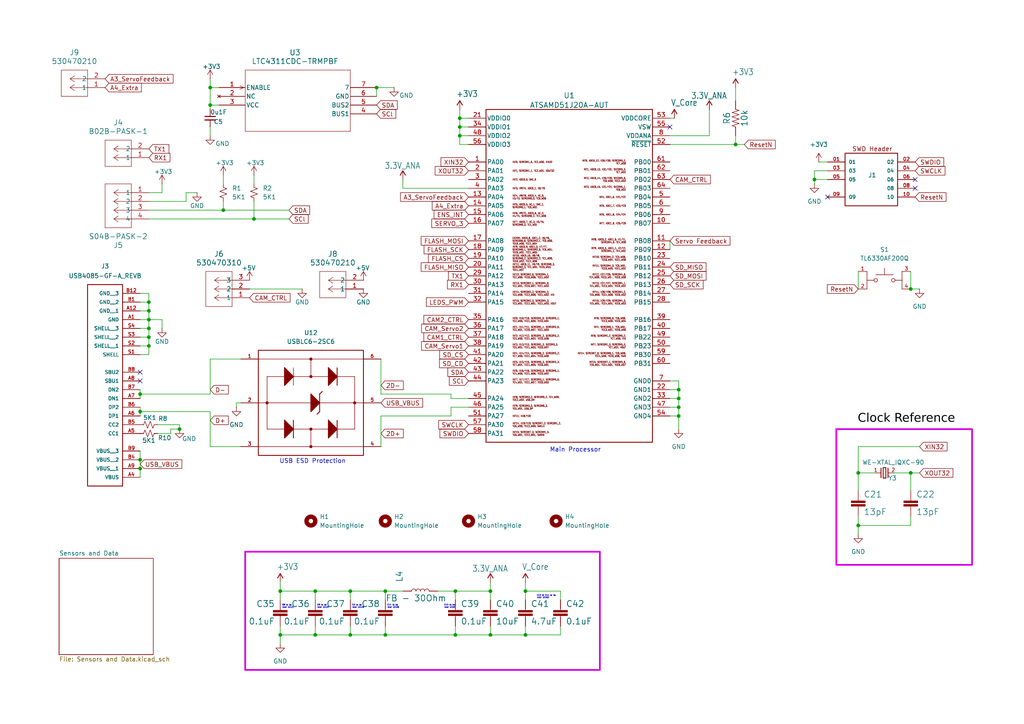
<source format=kicad_sch>
(kicad_sch (version 20250114) (generator "eeschema") (generator_version "9.0")
  (paper "A4")
  (lib_symbols
    (symbol "Cosmos Schematic Symbols:ATSAMD51J20A-MU" (pin_names (offset 0.254))
      (property "Reference" "U" (at 0 52.07 0))
      (property "Value" "ATSAMD51J20A-MU" (at 0 49.53 0))
      (symbol "ATSAMD51J20A-MU_1_0"
        (text "INT0, SERCOM1_0, TC2_WO0, XIN32" (at -16.51 33.02 0) (effects (font (size 0.508 0.4318)) (justify left)))
        (text "INT1, SERCOM1_1, TC2_WO1, XOUT32" (at -16.51 30.48 0) (effects (font (size 0.508 0.4318)) (justify left)))
        (text "INT2, ADC0_0, DAC_0" (at -16.51 27.94 0) (effects (font (size 0.508 0.4318)) (justify left)))
        (text "INT3, VREFA, ADC0_1, X0/Y0" (at -16.51 25.4 0) (effects (font (size 0.508 0.4318)) (justify left)))
        (text "INT4, VREFB, ADC0_4, AC_0,\nX3/Y3, SERCOM0_0, TC0_WO0" (at -16.51 22.86 0) (effects (font (size 0.508 0.4318)) (justify left)))
        (text "INT5, ADC0_5, AC_1, DAC_1,\nSERCOM0_1, TC0_WO1" (at -16.51 20.32 0) (effects (font (size 0.508 0.4318)) (justify left)))
        (text "INT6, VREFC, ADC0_6, AC_2,\nX4/Y4, SERCOM0_2, TC1_WO0" (at -16.51 17.78 0) (effects (font (size 0.508 0.4318)) (justify left)))
        (text "INT7, ADC0_7, AC_3, X5/Y5,\nSERCOM0_3, TC1_WO1" (at -16.51 15.24 0) (effects (font (size 0.508 0.4318)) (justify left)))
        (text "EICNMI, ADC0_8, ADC1_2, X6/Y6,\nSERCOM0_0, SERCOM2_1, TC0_WO0,\nTCC0_WO0, TCC1_WO4" (at -16.51 10.16 0) (effects (font (size 0.508 0.4318)) (justify left)))
        (text "INT9, ADC0_9, ADC1_3, X7/Y7,\nSERCOM0_1, SERCOM2_0, TC0_WO1,\nTCC0_WO1, TCC1_WO5" (at -16.51 7.62 0) (effects (font (size 0.508 0.4318)) (justify left)))
        (text "INT10, ADC0_10, X8/Y8,\nSERCOM0_2, SERCOM2_2, TC1_WO0,\nTCC0_WO2, TCC1_WO6" (at -16.51 5.08 0) (effects (font (size 0.508 0.4318)) (justify left)))
        (text "INT11, ADC0_11, X9/Y9, SERCOM0_3,\nSERCOM2_3, TC1_WO1, TCC0_WO3,\nTCC1_WO7" (at -16.51 2.54 0) (effects (font (size 0.508 0.4318)) (justify left)))
        (text "INT12, SERCOM2_0, SERCOM4_1,\nTC2_WO0, TCC0_WO6, TCC1_WO2" (at -16.51 0 0) (effects (font (size 0.508 0.4318)) (justify left)))
        (text "INT13, SERCOM2_1, SERCOM4_0,\nTC2_WO1, TCC0_WO7, TCC1_WO3" (at -16.51 -2.54 0) (effects (font (size 0.508 0.4318)) (justify left)))
        (text "INT14, SERCOM2_2, SERCOM4_2,\nTC3_WO0, TCC2_WO0, TCC1_WO2, XIN" (at -16.51 -5.08 0) (effects (font (size 0.508 0.4318)) (justify left)))
        (text "INT15, SERCOM2_3, SERCOM4_3,\nTC3_WO1, TCC2_WO1, TCC1_WO3, XOUT" (at -16.51 -7.62 0) (effects (font (size 0.508 0.4318)) (justify left)))
        (text "INT0, X10/Y10, SERCOM1_0, SERCOM3_1,\nTC2_WO0, TCC1_WO0, TCC0_WO4" (at -16.51 -12.7 0) (effects (font (size 0.508 0.4318)) (justify left)))
        (text "INT1, X11/Y11, SERCOM1_1, SERCOM3_0,\nTC2_WO1, TCC0_WO7, TCC1_WO3" (at -16.51 -15.24 0) (effects (font (size 0.508 0.4318)) (justify left)))
        (text "INT2, X12/Y12, SERCOM1_2, SERCOM3_2,\nTC3_WO0, TCC1_WO2, TCC0_WO6" (at -16.51 -17.78 0) (effects (font (size 0.508 0.4318)) (justify left)))
        (text "INT3, X13/Y13, SERCOM1_3, SECOM3_3,\nTC3_WO1, TCC1_WO3, TCC0_WO7" (at -16.51 -20.32 0) (effects (font (size 0.508 0.4318)) (justify left)))
        (text "INT4, X14/Y14, SERCOM5_2, SERCOM3_2,\nTC7_WO0, TCC1_WO4, TCC0_WO0" (at -16.51 -22.86 0) (effects (font (size 0.508 0.4318)) (justify left)))
        (text "INT5, X15/Y15, SERCOM5_3, SERCOM3_3,\nTC7_WO1, TCC1_WO5, TCC0_WO1" (at -16.51 -25.4 0) (effects (font (size 0.508 0.4318)) (justify left)))
        (text "INT6, X16/Y16, SERCOM3_0, SERCOM5_1,\nTC4_WO0, TCC1_WO6, TCC0_WO2" (at -16.51 -27.94 0) (effects (font (size 0.508 0.4318)) (justify left)))
        (text "INT7, X17/Y17, SERCOM3_1, SERCOM5_0,\nTC4_WO1, TCC1_WO7, TCC0_WO3" (at -16.51 -30.48 0) (effects (font (size 0.508 0.4318)) (justify left)))
        (text "INT8, SERCOM3_2, SERCOM5_2, TC4_WO0,\nTCC2_WO2, USB_DM" (at -16.51 -35.56 0) (effects (font (size 0.508 0.4318)) (justify left)))
        (text "INT9, SERCOM3_3, SERCOM5_3,\nTC5_WO1, USB_DP" (at -16.51 -38.1 0) (effects (font (size 0.508 0.4318)) (justify left)))
        (text "INT11, X18/Y18" (at -16.51 -40.64 0) (effects (font (size 0.508 0.4318)) (justify left)))
        (text "INT14, X19/Y19, SERCOM7_2, SERCOM1_2,\nTC6_WO0, TCC2_WO0, SWCLK" (at -16.51 -43.18 0) (effects (font (size 0.508 0.4318)) (justify left)))
        (text "INT15, SERCOM7_3, SERCOM1_3,\nTC6_WO1, TCC2_WO1, SWDIO" (at -16.51 -45.72 0) (effects (font (size 0.508 0.4318)) (justify left)))
        (text "INT0, ADC0_12, X30/Y30, SERCOM5_2,\nTC7_WO0" (at 16.51 33.02 0) (effects (font (size 0.508 0.4318)) (justify right)))
        (text "INT1, ADC0_13, X31/Y31, SECOM5_3,\nTC7_WO1" (at 16.51 30.48 0) (effects (font (size 0.508 0.4318)) (justify right)))
        (text "INT2, ADC0_14, X20/Y20, SECOM5_0,\nTC6_WO0, TCC2_WO2" (at 16.51 27.94 0) (effects (font (size 0.508 0.4318)) (justify right)))
        (text "INT3, ADC0_15, X21/Y21, SECOM5_1,\nTC6_WO1" (at 16.51 25.4 0) (effects (font (size 0.508 0.4318)) (justify right)))
        (text "INT4, ADC1_6, X21/Y21" (at 16.51 22.86 0) (effects (font (size 0.508 0.4318)) (justify right)))
        (text "INT5, ADC1_7, X23/Y23" (at 16.51 20.32 0) (effects (font (size 0.508 0.4318)) (justify right)))
        (text "INT6, ADC1_8, X24/Y24" (at 16.51 17.78 0) (effects (font (size 0.508 0.4318)) (justify right)))
        (text "INT7, ADC1_9, X25/Y25" (at 16.51 15.24 0) (effects (font (size 0.508 0.4318)) (justify right)))
        (text "INT8, ADC0_2, ADC1_0, X1/Y1,\nSERCOM4_0, TC4_WO0" (at 16.51 10.16 0) (effects (font (size 0.508 0.4318)) (justify right)))
        (text "INT9, ADC0_3, ADC1_1, X2/Y2,\nSERCOM4_1, TC4_WO1" (at 16.51 7.62 0) (effects (font (size 0.508 0.4318)) (justify right)))
        (text "INT10, SERCOM4_2, TC5_WO0,\nTCC0_WO4, TCC1_WO0" (at 16.51 5.08 0) (effects (font (size 0.508 0.4318)) (justify right)))
        (text "INT11, SERCOM4_3, TC5_WO1,\nTCC0_WO5, TCC1_WO1" (at 16.51 2.54 0) (effects (font (size 0.508 0.4318)) (justify right)))
        (text "INT12, X27/Y26, SERCOM4_0,\nTC4_WO0, TCC3_WO-, TCC0_WO0" (at 16.51 0 0) (effects (font (size 0.508 0.4318)) (justify right)))
        (text "INT13, X27/Y27, SERCOM4_1,\nTC4_WO1, TCC3_WO1, TCC0_WO1" (at 16.51 -2.54 0) (effects (font (size 0.508 0.4318)) (justify right)))
        (text "INT14, X28/Y28, SERCOM4_2,\nTC5_WO0, TCC4_WO0, TCC0_WO2" (at 16.51 -5.08 0) (effects (font (size 0.508 0.4318)) (justify right)))
        (text "INT15, X29/Y29, SERCOM4_3,\nTC5_WO1, TCC4_WO1, TCC0_WO3" (at 16.51 -7.62 0) (effects (font (size 0.508 0.4318)) (justify right)))
        (text "INT0, SERCOM5_0, TC6_WO0,\nTCC3_WO0, TCC0_WO4" (at 16.51 -12.7 0) (effects (font (size 0.508 0.4318)) (justify right)))
        (text "INT1, SERCOM5_1, TC6_WO1,\nTCC3_WO1, TCC0_WO5" (at 16.51 -15.24 0) (effects (font (size 0.508 0.4318)) (justify right)))
        (text "INT6, SERCOM1_2, SERCOM5_2,\nTC7_WO0, XIN" (at 16.51 -17.78 0) (effects (font (size 0.508 0.4318)) (justify right)))
        (text "INT7, SERCOM1_3, SERCOM5_3,\nTC7_WO1, XOUT" (at 16.51 -20.32 0) (effects (font (size 0.508 0.4318)) (justify right)))
        (text "INT14, SERCOM7_0, SERCOM5_1, TC0_WO0,\nTCC4_WO0, TCC0_WO6, SWO" (at 16.51 -22.86 0) (effects (font (size 0.508 0.4318)) (justify right)))
        (text "INT15, SERCOM7_1, SERCOM5_0,\nTC0_WO1, TCC4_WO1, TCC0_WO7" (at 16.51 -25.4 0) (effects (font (size 0.508 0.4318)) (justify right)))
        (pin bidirectional line (at -29.21 45.72 0) (length 5.08) (name "VDDIO0") (number "21"))
        (pin bidirectional line (at -29.21 43.18 0) (length 5.08) (name "VDDIO1") (number "34"))
        (pin bidirectional line (at -29.21 40.64 0) (length 5.08) (name "VDDIO2") (number "48"))
        (pin bidirectional line (at -29.21 38.1 0) (length 5.08) (name "VDDIO3") (number "56"))
        (pin bidirectional line (at -29.21 33.02 0) (length 5.08) (name "PA00") (number "1"))
        (pin bidirectional line (at -29.21 30.48 0) (length 5.08) (name "PA01") (number "2"))
        (pin bidirectional line (at -29.21 27.94 0) (length 5.08) (name "PA02") (number "3"))
        (pin bidirectional line (at -29.21 25.4 0) (length 5.08) (name "PA03") (number "4"))
        (pin bidirectional line (at -29.21 22.86 0) (length 5.08) (name "PA04") (number "13"))
        (pin bidirectional line (at -29.21 20.32 0) (length 5.08) (name "PA05") (number "14"))
        (pin bidirectional line (at -29.21 17.78 0) (length 5.08) (name "PA06") (number "15"))
        (pin bidirectional line (at -29.21 15.24 0) (length 5.08) (name "PA07") (number "16"))
        (pin bidirectional line (at -29.21 10.16 0) (length 5.08) (name "PA08") (number "17"))
        (pin bidirectional line (at -29.21 7.62 0) (length 5.08) (name "PA09") (number "18"))
        (pin bidirectional line (at -29.21 5.08 0) (length 5.08) (name "PA10") (number "19"))
        (pin bidirectional line (at -29.21 2.54 0) (length 5.08) (name "PA11") (number "20"))
        (pin bidirectional line (at -29.21 0 0) (length 5.08) (name "PA12") (number "29"))
        (pin bidirectional line (at -29.21 -2.54 0) (length 5.08) (name "PA13") (number "30"))
        (pin bidirectional line (at -29.21 -5.08 0) (length 5.08) (name "PA14") (number "31"))
        (pin bidirectional line (at -29.21 -7.62 0) (length 5.08) (name "PA15") (number "32"))
        (pin bidirectional line (at -29.21 -12.7 0) (length 5.08) (name "PA16") (number "35"))
        (pin bidirectional line (at -29.21 -15.24 0) (length 5.08) (name "PA17") (number "36"))
        (pin bidirectional line (at -29.21 -17.78 0) (length 5.08) (name "PA18") (number "37"))
        (pin bidirectional line (at -29.21 -20.32 0) (length 5.08) (name "PA19") (number "38"))
        (pin bidirectional line (at -29.21 -22.86 0) (length 5.08) (name "PA20") (number "41"))
        (pin bidirectional line (at -29.21 -25.4 0) (length 5.08) (name "PA21") (number "42"))
        (pin bidirectional line (at -29.21 -27.94 0) (length 5.08) (name "PA22") (number "43"))
        (pin bidirectional line (at -29.21 -30.48 0) (length 5.08) (name "PA23") (number "44"))
        (pin bidirectional line (at -29.21 -35.56 0) (length 5.08) (name "PA24") (number "45"))
        (pin bidirectional line (at -29.21 -38.1 0) (length 5.08) (name "PA25") (number "46"))
        (pin bidirectional line (at -29.21 -40.64 0) (length 5.08) (name "PA27") (number "51"))
        (pin bidirectional line (at -29.21 -43.18 0) (length 5.08) (name "PA30") (number "57"))
        (pin bidirectional line (at -29.21 -45.72 0) (length 5.08) (name "PA31") (number "58"))
        (pin bidirectional line (at 29.21 45.72 180) (length 5.08) (name "VDDCORE") (number "53"))
        (pin bidirectional line (at 29.21 43.18 180) (length 5.08) (name "VSW") (number "55"))
        (pin bidirectional line (at 29.21 40.64 180) (length 5.08) (name "VDDANA") (number "8"))
        (pin bidirectional line (at 29.21 38.1 180) (length 5.08) (name "~{RESET}") (number "52"))
        (pin bidirectional line (at 29.21 33.02 180) (length 5.08) (name "PB00") (number "61"))
        (pin bidirectional line (at 29.21 30.48 180) (length 5.08) (name "PB01") (number "62"))
        (pin bidirectional line (at 29.21 27.94 180) (length 5.08) (name "PB02") (number "63"))
        (pin bidirectional line (at 29.21 25.4 180) (length 5.08) (name "PB03") (number "64"))
        (pin bidirectional line (at 29.21 22.86 180) (length 5.08) (name "PB04") (number "5"))
        (pin bidirectional line (at 29.21 20.32 180) (length 5.08) (name "PB05") (number "6"))
        (pin bidirectional line (at 29.21 17.78 180) (length 5.08) (name "PB06") (number "9"))
        (pin bidirectional line (at 29.21 15.24 180) (length 5.08) (name "PB07") (number "10"))
        (pin bidirectional line (at 29.21 10.16 180) (length 5.08) (name "PB08") (number "11"))
        (pin bidirectional line (at 29.21 7.62 180) (length 5.08) (name "PB09") (number "12"))
        (pin bidirectional line (at 29.21 5.08 180) (length 5.08) (name "PB10") (number "23"))
        (pin bidirectional line (at 29.21 2.54 180) (length 5.08) (name "PB11") (number "24"))
        (pin bidirectional line (at 29.21 0 180) (length 5.08) (name "PB12") (number "25"))
        (pin bidirectional line (at 29.21 -2.54 180) (length 5.08) (name "PB13") (number "26"))
        (pin bidirectional line (at 29.21 -5.08 180) (length 5.08) (name "PB14") (number "27"))
        (pin bidirectional line (at 29.21 -7.62 180) (length 5.08) (name "PB15") (number "28"))
        (pin bidirectional line (at 29.21 -12.7 180) (length 5.08) (name "PB16") (number "39"))
        (pin bidirectional line (at 29.21 -15.24 180) (length 5.08) (name "PB17") (number "40"))
        (pin bidirectional line (at 29.21 -17.78 180) (length 5.08) (name "PB22") (number "49"))
        (pin bidirectional line (at 29.21 -20.32 180) (length 5.08) (name "PB23") (number "50"))
        (pin bidirectional line (at 29.21 -22.86 180) (length 5.08) (name "PB30") (number "59"))
        (pin bidirectional line (at 29.21 -25.4 180) (length 5.08) (name "PB31") (number "60"))
        (pin bidirectional line (at 29.21 -30.48 180) (length 5.08) (name "GND0") (number "7"))
        (pin bidirectional line (at 29.21 -33.02 180) (length 5.08) (name "GND1") (number "22"))
        (pin bidirectional line (at 29.21 -35.56 180) (length 5.08) (name "GND2") (number "33"))
        (pin bidirectional line (at 29.21 -38.1 180) (length 5.08) (name "GND3") (number "47"))
        (pin bidirectional line (at 29.21 -40.64 180) (length 5.08) (name "GND4") (number "54"))
      )
    )
    (symbol "Cosmos Schematic Symbols:FTSH-105-X-X-DV-007-P-X" (pin_names (offset 1.016))
      (property "Reference" "J1" (at 0.254 1.27 0))
      (symbol "FTSH-105-X-X-DV-007-P-X_0_0"
        (pin passive line (at -12.7 5.08 0) (length 5.08) (name "01") (number "01"))
        (pin passive line (at -12.7 2.54 0) (length 5.08) (name "03") (number "03"))
        (pin passive line (at -12.7 0 0) (length 5.08) (name "05") (number "05"))
        (pin passive line (at -12.7 -5.08 0) (length 5.08) (name "09") (number "09"))
        (pin passive line (at 12.7 5.08 180) (length 5.08) (name "02") (number "02"))
        (pin passive line (at 12.7 2.54 180) (length 5.08) (name "04") (number "04"))
        (pin passive line (at 12.7 0 180) (length 5.08) (name "06") (number "06"))
        (pin passive line (at 12.7 -2.54 180) (length 5.08) (name "08") (number "08"))
        (pin passive line (at 12.7 -5.08 180) (length 5.08) (name "10") (number "10"))
      )
      (symbol "FTSH-105-X-X-DV-007-P-X_1_1"
        (text "SWD Header" (at 0.254 8.89 0) (effects (font (size 1.27 1.27))))
      )
    )
    (symbol "Cosmos Schematic Symbols:TL6330AF200Q" (pin_names (offset 1.016))
      (property "Reference" "S" (at -5.08 5.08 0))
      (property "Value" "TL6330AF200Q" (at -5.08 -5.08 0))
      (symbol "TL6330AF200Q_0_0"
        (pin passive line (at -7.62 2.54 0) (length 2.54) (name "~") (number "1"))
        (pin passive line (at -7.62 -2.54 0) (length 2.54) (name "~") (number "2"))
        (pin passive line (at 7.62 2.54 180) (length 2.54) (name "~") (number "3"))
        (pin passive line (at 7.62 -2.54 180) (length 2.54) (name "~") (number "4"))
      )
    )
    (symbol "Cosmos Schematic Symbols:USB4085-GF-A_REVB" (pin_names (offset 1.016))
      (property "Reference" "J" (at -5.08 18.288 0))
      (property "Value" "USB4085-GF-A_REVB" (at -5.08 -43.18 0))
      (symbol "USB4085-GF-A_REVB_0_0"
        (pin power_in line (at -10.16 15.24 0) (length 5.08) (name "VBUS") (number "A4"))
        (pin power_in line (at -10.16 12.7 0) (length 5.08) (name "VBUS__1") (number "A9"))
        (pin power_in line (at -10.16 10.16 0) (length 5.08) (name "VBUS__2") (number "B4"))
        (pin power_in line (at -10.16 7.62 0) (length 5.08) (name "VBUS__3") (number "B9"))
        (pin bidirectional line (at -10.16 2.54 0) (length 5.08) (name "CC1") (number "A5"))
        (pin bidirectional line (at -10.16 0 0) (length 5.08) (name "CC2") (number "B5"))
        (pin bidirectional line (at -10.16 -2.54 0) (length 5.08) (name "DP1") (number "A6"))
        (pin bidirectional line (at -10.16 -5.08 0) (length 5.08) (name "DP2") (number "B6"))
        (pin bidirectional line (at -10.16 -7.62 0) (length 5.08) (name "DN1") (number "A7"))
        (pin bidirectional line (at -10.16 -10.16 0) (length 5.08) (name "DN2") (number "B7"))
        (pin bidirectional line (at -10.16 -12.7 0) (length 5.08) (name "SBU1") (number "A8"))
        (pin bidirectional line (at -10.16 -15.24 0) (length 5.08) (name "SBU2") (number "B8"))
        (pin passive line (at -10.16 -20.32 0) (length 5.08) (name "SHELL") (number "S1"))
        (pin passive line (at -10.16 -22.86 0) (length 5.08) (name "SHELL__1") (number "S2"))
        (pin passive line (at -10.16 -25.4 0) (length 5.08) (name "SHELL__2") (number "S3"))
        (pin passive line (at -10.16 -27.94 0) (length 5.08) (name "SHELL__3") (number "S4"))
        (pin power_in line (at -10.16 -30.48 0) (length 5.08) (name "GND") (number "A1"))
        (pin power_in line (at -10.16 -33.02 0) (length 5.08) (name "GND__1") (number "A12"))
        (pin power_in line (at -10.16 -35.56 0) (length 5.08) (name "GND__2") (number "B1"))
        (pin power_in line (at -10.16 -38.1 0) (length 5.08) (name "GND__3") (number "B12"))
      )
    )
    (symbol "Cosmos Schematic Symbols:USBLC6-2SC6" (pin_names (offset 1.016))
      (property "Reference" "U" (at -14.732 16.002 0))
      (property "Value" "USBLC6-2SC6" (at -15.2559 -17.7959 0))
      (symbol "USBLC6-2SC6_0_0"
        (pin bidirectional line (at -20.32 12.7 0) (length 5.08) (name "~") (number "1"))
        (pin power_in line (at -20.32 0 0) (length 5.08) (name "~") (number "2"))
        (pin bidirectional line (at -20.32 -12.7 0) (length 5.08) (name "~") (number "3"))
        (pin bidirectional line (at 20.32 12.7 180) (length 5.08) (name "~") (number "6"))
        (pin power_in line (at 20.32 0 180) (length 5.08) (name "~") (number "5"))
        (pin bidirectional line (at 20.32 -12.7 180) (length 5.08) (name "~") (number "4"))
      )
    )
    (symbol "Cosmos Schematic Symbols:WE-XTAL_IQXC-90" (pin_names (offset 1.016))
      (property "Reference" "Y" (at -0.16 2.516 0))
      (property "Value" "WE-XTAL_IQXC-90" (at -2.66 -3.04 0))
      (symbol "WE-XTAL_IQXC-90_0_0"
        (pin passive line (at -2.54 0 0) (length 0) (name "~") (number "1"))
        (pin passive line (at 2.54 0 180) (length 0) (name "~") (number "2"))
      )
    )
    (symbol "Cosmos Schematic Symbols_V2:B02B-PASK-1" (pin_names (offset 0.254))
      (property "Reference" "J" (at 8.636 3.556 0))
      (property "Value" "B02B-PASK-1" (at 9.144 -6.604 0))
      (symbol "B02B-PASK-1_1_1"
        (pin unspecified line (at 0 0 0) (length 5.08) (name "1") (number "1"))
        (pin unspecified line (at 0 -2.54 0) (length 5.08) (name "2") (number "2"))
      )
      (symbol "B02B-PASK-1_1_2"
        (pin unspecified line (at 0 0 0) (length 5.08) (name "1") (number "1"))
        (pin unspecified line (at 0 -2.54 0) (length 5.08) (name "2") (number "2"))
      )
    )
    (symbol "Device:C_Small" (pin_numbers (hide yes)) (pin_names (offset 0.254) (hide yes))
      (property "Reference" "C" (at 0.254 1.778 0))
      (property "Value" "C_Small" (at 0.254 -2.032 0))
      (symbol "C_Small_1_1"
        (pin passive line (at 0 2.54 270) (length 2.032) (name "~") (number "1"))
        (pin passive line (at 0 -2.54 90) (length 2.032) (name "~") (number "2"))
      )
    )
    (symbol "Device:R_Small_US" (pin_numbers (hide yes)) (pin_names (offset 0.254) (hide yes))
      (property "Reference" "R" (at 0.762 0.508 0))
      (property "Value" "R_Small_US" (at 0.762 -1.016 0))
      (symbol "R_Small_US_1_1"
        (pin passive line (at 0 2.54 270) (length 1.016) (name "~") (number "1"))
        (pin passive line (at 0 -2.54 90) (length 1.016) (name "~") (number "2"))
      )
    )
    (symbol "LTC4311CDC_TRMPBF:LTC4311CDC-TRMPBF" (pin_names (offset 0.254))
      (property "Reference" "U" (at 22.86 10.16 0))
      (property "Value" "LTC4311CDC-TRMPBF" (at 22.86 7.62 0))
      (symbol "LTC4311CDC-TRMPBF_0_1"
        (pin input line (at 0 0 0) (length 7.62) (name "ENABLE") (number "1"))
        (pin no_connect line (at 0 -2.54 0) (length 7.62) (name "NC") (number "2"))
        (pin power_in line (at 0 -5.08 0) (length 7.62) (name "VCC") (number "3"))
        (pin unspecified line (at 45.72 0 180) (length 7.62) (name "7") (number "7"))
        (pin power_in line (at 45.72 -2.54 180) (length 7.62) (name "GND") (number "6"))
        (pin unspecified line (at 45.72 -5.08 180) (length 7.62) (name "BUS2") (number "5"))
        (pin unspecified line (at 45.72 -7.62 180) (length 7.62) (name "BUS1") (number "4"))
      )
    )
    (symbol "Mechanical:MountingHole" (pin_names (offset 1.016)) (exclude_from_sim yes) (in_bom no)
      (property "Reference" "H" (at 0 5.08 0))
      (property "Value" "MountingHole" (at 0 3.175 0))
    )
    (symbol "Molex_530470210:530470210" (pin_names (offset 0.254))
      (property "Reference" "J" (at 8.89 6.35 0))
      (property "Value" "530470210" (at 0 0 0))
      (symbol "530470210_1_1"
        (pin unspecified line (at 0 0 0) (length 5.08) (name "1") (number "1"))
        (pin unspecified line (at 0 -2.54 0) (length 5.08) (name "2") (number "2"))
      )
      (symbol "530470210_1_2"
        (pin unspecified line (at 0 0 0) (length 5.08) (name "1") (number "1"))
        (pin unspecified line (at 0 -2.54 0) (length 5.08) (name "2") (number "2"))
      )
    )
    (symbol "Molex_530470310:530470310" (pin_names (offset 0.254))
      (property "Reference" "J" (at 8.89 6.35 0))
      (property "Value" "530470310" (at 0 0 0))
      (symbol "530470310_1_1"
        (pin unspecified line (at 0 0 0) (length 5.08) (name "1") (number "1"))
        (pin unspecified line (at 0 -2.54 0) (length 5.08) (name "2") (number "2"))
        (pin unspecified line (at 0 -5.08 0) (length 5.08) (name "3") (number "3"))
      )
      (symbol "530470310_1_2"
        (pin unspecified line (at 0 0 0) (length 5.08) (name "1") (number "1"))
        (pin unspecified line (at 0 -2.54 0) (length 5.08) (name "2") (number "2"))
        (pin unspecified line (at 0 -5.08 0) (length 5.08) (name "3") (number "3"))
      )
    )
    (symbol "S04B_PASK_2:S04B-PASK-2" (pin_names (offset 0.254))
      (property "Reference" "J" (at 8.89 6.35 0))
      (property "Value" "S04B-PASK-2" (at 0 0 0))
      (symbol "S04B-PASK-2_1_1"
        (pin unspecified line (at 0 0 0) (length 5.08) (name "1") (number "1"))
        (pin unspecified line (at 0 -2.54 0) (length 5.08) (name "2") (number "2"))
        (pin unspecified line (at 0 -5.08 0) (length 5.08) (name "3") (number "3"))
        (pin unspecified line (at 0 -7.62 0) (length 5.08) (name "4") (number "4"))
      )
      (symbol "S04B-PASK-2_1_2"
        (pin unspecified line (at 0 0 0) (length 5.08) (name "1") (number "1"))
        (pin unspecified line (at 0 -2.54 0) (length 5.08) (name "2") (number "2"))
        (pin unspecified line (at 0 -5.08 0) (length 5.08) (name "3") (number "3"))
        (pin unspecified line (at 0 -7.62 0) (length 5.08) (name "4") (number "4"))
      )
    )
    (symbol "SAMD51_Thing_Plus (1)-eagle-import:0.1UF-0402-16V-10%"
      (property "Reference" "C" (at 1.524 2.921 0))
      (symbol "0.1UF-0402-16V-10%_1_0"
        (pin passive line (at 0 5.08 270) (length 2.54) (name "1") (number "1"))
        (pin passive line (at 0 -2.54 90) (length 2.54) (name "2") (number "2"))
      )
    )
    (symbol "SAMD51_Thing_Plus (1)-eagle-import:10KOHM-0603-1/10W-1%"
      (property "Reference" "R" (at 0 1.524 0))
      (symbol "10KOHM-0603-1/10W-1%_1_0"
        (pin passive line (at -5.08 0 0) (length 2.54) (name "1") (number "1"))
        (pin passive line (at 5.08 0 180) (length 2.54) (name "2") (number "2"))
      )
    )
    (symbol "SAMD51_Thing_Plus (1)-eagle-import:10UF-0805-10V-10%"
      (property "Reference" "C" (at 1.524 2.921 0))
      (symbol "10UF-0805-10V-10%_1_0"
        (pin passive line (at 0 5.08 270) (length 2.54) (name "1") (number "1"))
        (pin passive line (at 0 -2.54 90) (length 2.54) (name "2") (number "2"))
      )
    )
    (symbol "SAMD51_Thing_Plus (1)-eagle-import:15PF-0402-50V-5%"
      (property "Reference" "C" (at 1.524 2.921 0))
      (symbol "15PF-0402-50V-5%_1_0"
        (pin passive line (at 0 5.08 270) (length 2.54) (name "1") (number "1"))
        (pin passive line (at 0 -2.54 90) (length 2.54) (name "2") (number "2"))
      )
    )
    (symbol "SAMD51_Thing_Plus (1)-eagle-import:3.3V" (power)
      (symbol "3.3V_1_0"
        (pin power_in line (at 0 0 90) (length 2.54) (name "3.3V") (number "1"))
      )
    )
    (symbol "SAMD51_Thing_Plus (1)-eagle-import:4.7UF-0603-6.3V-(10%)"
      (property "Reference" "C" (at 1.524 2.921 0))
      (symbol "4.7UF-0603-6.3V-(10%)_1_0"
        (pin passive line (at 0 5.08 270) (length 2.54) (name "1") (number "1"))
        (pin passive line (at 0 -2.54 90) (length 2.54) (name "2") (number "2"))
      )
    )
    (symbol "SAMD51_Thing_Plus (1)-eagle-import:INDUCTORFB-30OHM"
      (property "Reference" "L" (at 1.27 2.54 0))
      (symbol "INDUCTORFB-30OHM_1_0"
        (pin passive line (at 0 5.08 270) (length 2.54) (name "1") (number "1"))
        (pin passive line (at 0 -5.08 90) (length 2.54) (name "2") (number "2"))
      )
    )
    (symbol "power:+3.3V" (power) (pin_numbers (hide yes)) (pin_names (offset 0) (hide yes))
      (property "Value" "+3.3V" (at 0 3.556 0))
      (symbol "+3.3V_1_1"
        (pin power_in line (at 0 0 90) (length 0) (name "~") (number "1"))
      )
    )
    (symbol "power:GND" (power) (pin_numbers (hide yes)) (pin_names (offset 0) (hide yes))
      (property "Value" "GND" (at 0 -3.81 0))
      (symbol "GND_1_1"
        (pin power_in line (at 0 0 270) (length 0) (name "~") (number "1"))
      )
    )
  )
  (rectangle (start 242.57 124.46) (end 281.94 163.83) (stroke (width 0.5) (color 213 0 226 1)))
  (rectangle (start 71.12 160.02) (end 173.99 194.31) (stroke (width 0.5) (color 213 0 226 1)))
  (text "C12 to be\nnear U2.8" (at 128.778 176.53 0) (effects (font (size 0.4064 0.4064)) (justify left bottom)))
  (text "C11 to be\nnear U2.56" (at 112.268 176.53 0) (effects (font (size 0.4064 0.4064)) (justify left bottom)))
  (text "C13 & C14 to be\nnear U2.53" (at 155.702 173.736 0) (effects (font (size 0.4064 0.4064)) (justify left bottom)))
  (text "USB ESD Protection" (at 90.678 133.858 0) (effects (font (size 1.27 1.27))))
  (text "C9 to be\nnear U2.34" (at 91.948 176.53 0) (effects (font (size 0.4064 0.4064)) (justify left bottom)))
  (text "C3 to be\nnear U2.48" (at 102.108 176.53 0) (effects (font (size 0.4064 0.4064)) (justify left bottom)))
  (text "Clock Reference" (at 262.89 122.174 0) (effects (font (size 2.5 2.5))))
  (text "C8 to be\nnear U2.21" (at 81.788 176.53 0) (effects (font (size 0.4064 0.4064)) (justify left bottom)))
  (text "Main Processor\n" (at 166.878 130.556 0) (effects (font (size 1.27 1.27))))
  (junction (at 40.64 133.35))
  (junction (at 43.18 95.25))
  (junction (at 81.28 171.45))
  (junction (at 91.44 184.15))
  (junction (at 64.77 60.96))
  (junction (at 196.85 120.65))
  (junction (at 248.92 137.16))
  (junction (at 43.18 100.33))
  (junction (at 60.96 30.48))
  (junction (at 264.16 137.16))
  (junction (at 43.18 92.71))
  (junction (at 52.07 124.46))
  (junction (at 133.35 36.83))
  (junction (at 132.08 171.45))
  (junction (at 196.85 113.03))
  (junction (at 43.18 87.63))
  (junction (at 101.6 184.15))
  (junction (at 40.64 135.89))
  (junction (at 91.44 171.45))
  (junction (at 40.64 114.3))
  (junction (at 248.92 152.4))
  (junction (at 43.18 90.17))
  (junction (at 109.22 25.4))
  (junction (at 152.4 184.15))
  (junction (at 133.35 34.29))
  (junction (at 236.22 52.07))
  (junction (at 60.96 25.4))
  (junction (at 142.24 171.45))
  (junction (at 111.76 171.45))
  (junction (at 264.16 83.82))
  (junction (at 101.6 171.45))
  (junction (at 132.08 184.15))
  (junction (at 73.66 63.5))
  (junction (at 133.35 39.37))
  (junction (at 213.36 41.91))
  (junction (at 111.76 184.15))
  (junction (at 40.64 119.38))
  (junction (at 43.18 97.79))
  (junction (at 196.85 118.11))
  (junction (at 142.24 184.15))
  (junction (at 196.85 115.57))
  (junction (at 152.4 171.45))
  (junction (at 81.28 184.15))
  (no_connect (at 265.43 54.61))
  (no_connect (at 40.64 107.95))
  (no_connect (at 40.64 110.49))
  (no_connect (at 194.31 36.83))
  (no_connect (at 240.03 57.15))
  (no_connect (at 265.43 52.07))
  (wire (pts (xy 132.08 171.45) (xy 132.08 173.99)) (stroke (width 0.1524)))
  (wire (pts (xy 91.44 171.45) (xy 101.6 171.45)) (stroke (width 0.1524)))
  (wire (pts (xy 60.96 129.54) (xy 69.85 129.54)))
  (wire (pts (xy 91.44 171.45) (xy 91.44 173.99)) (stroke (width 0.1524)))
  (wire (pts (xy 43.18 92.71) (xy 43.18 90.17)))
  (wire (pts (xy 152.4 171.45) (xy 152.4 173.99)) (stroke (width 0.1524)))
  (wire (pts (xy 60.96 31.75) (xy 60.96 30.48)))
  (wire (pts (xy 68.58 116.84) (xy 69.85 116.84)))
  (wire (pts (xy 248.92 137.16) (xy 248.92 129.54)) (stroke (width 0.1524)))
  (wire (pts (xy 132.08 184.15) (xy 132.08 181.61)) (stroke (width 0.1524)))
  (wire (pts (xy 109.22 25.4) (xy 114.3 25.4)))
  (wire (pts (xy 40.64 119.38) (xy 40.64 120.65)))
  (wire (pts (xy 43.18 87.63) (xy 43.18 90.17)))
  (wire (pts (xy 43.18 90.17) (xy 40.64 90.17)))
  (wire (pts (xy 205.74 31.75) (xy 205.74 39.37)))
  (wire (pts (xy 83.82 63.5) (xy 73.66 63.5)))
  (wire (pts (xy 111.76 171.45) (xy 111.76 173.99)) (stroke (width 0.1524)))
  (wire (pts (xy 43.18 97.79) (xy 43.18 95.25)))
  (wire (pts (xy 40.64 95.25) (xy 43.18 95.25)))
  (wire (pts (xy 194.31 69.85) (xy 194.31 72.39)))
  (wire (pts (xy 45.72 125.73) (xy 49.53 125.73)))
  (wire (pts (xy 110.49 104.14) (xy 110.49 114.3)))
  (wire (pts (xy 213.36 41.91) (xy 213.36 39.37)) (stroke (width 0.1524)))
  (wire (pts (xy 264.16 152.4) (xy 264.16 149.86)) (stroke (width 0.1524)))
  (wire (pts (xy 46.99 92.71) (xy 43.18 92.71)))
  (wire (pts (xy 72.39 83.82) (xy 87.63 83.82)))
  (wire (pts (xy 248.92 152.4) (xy 248.92 154.94)) (stroke (width 0.1524)))
  (wire (pts (xy 81.28 184.15) (xy 81.28 181.61)) (stroke (width 0.1524)))
  (wire (pts (xy 64.77 58.42) (xy 64.77 60.96)))
  (wire (pts (xy 127 171.45) (xy 132.08 171.45)) (stroke (width 0.1524)))
  (wire (pts (xy 110.49 114.3) (xy 130.81 114.3)))
  (wire (pts (xy 40.64 135.89) (xy 40.64 138.43)))
  (wire (pts (xy 196.85 120.65) (xy 196.85 124.46)))
  (wire (pts (xy 248.92 149.86) (xy 248.92 152.4)) (stroke (width 0.1524)))
  (wire (pts (xy 132.08 184.15) (xy 142.24 184.15)) (stroke (width 0.1524)))
  (wire (pts (xy 133.35 39.37) (xy 135.89 39.37)))
  (wire (pts (xy 43.18 85.09) (xy 40.64 85.09)))
  (wire (pts (xy 81.28 171.45) (xy 81.28 173.99)) (stroke (width 0.1524)))
  (wire (pts (xy 101.6 184.15) (xy 101.6 181.61)) (stroke (width 0.1524)))
  (wire (pts (xy 162.56 171.45) (xy 162.56 173.99)) (stroke (width 0.1524)))
  (wire (pts (xy 194.31 39.37) (xy 205.74 39.37)))
  (wire (pts (xy 248.92 152.4) (xy 264.16 152.4)) (stroke (width 0.1524)))
  (wire (pts (xy 142.24 181.61) (xy 142.24 184.15)) (stroke (width 0.1524)))
  (wire (pts (xy 110.49 129.54) (xy 110.49 120.65)))
  (wire (pts (xy 116.84 54.61) (xy 135.89 54.61)))
  (wire (pts (xy 142.24 171.45) (xy 132.08 171.45)) (stroke (width 0.1524)))
  (wire (pts (xy 152.4 184.15) (xy 152.4 181.61)) (stroke (width 0.1524)))
  (wire (pts (xy 130.81 118.11) (xy 135.89 118.11)))
  (wire (pts (xy 133.35 36.83) (xy 133.35 39.37)))
  (wire (pts (xy 83.82 60.96) (xy 64.77 60.96)))
  (wire (pts (xy 40.64 119.38) (xy 60.96 119.38)))
  (wire (pts (xy 81.28 184.15) (xy 91.44 184.15)) (stroke (width 0.1524)))
  (wire (pts (xy 194.31 120.65) (xy 196.85 120.65)))
  (wire (pts (xy 248.92 137.16) (xy 254 137.16)) (stroke (width 0.1524)))
  (wire (pts (xy 196.85 115.57) (xy 196.85 118.11)))
  (wire (pts (xy 236.22 53.34) (xy 236.22 52.07)))
  (wire (pts (xy 130.81 115.57) (xy 135.89 115.57)))
  (wire (pts (xy 194.31 110.49) (xy 196.85 110.49)))
  (wire (pts (xy 60.96 25.4) (xy 60.96 22.86)))
  (wire (pts (xy 236.22 49.53) (xy 236.22 52.07)))
  (wire (pts (xy 68.58 118.11) (xy 68.58 116.84)))
  (wire (pts (xy 53.975 55.88) (xy 53.975 58.42)))
  (wire (pts (xy 133.35 36.83) (xy 135.89 36.83)))
  (wire (pts (xy 43.18 100.33) (xy 43.18 97.79)))
  (wire (pts (xy 195.58 34.29) (xy 194.31 34.29)))
  (wire (pts (xy 237.49 46.99) (xy 240.03 46.99)))
  (wire (pts (xy 91.44 184.15) (xy 101.6 184.15)) (stroke (width 0.1524)))
  (wire (pts (xy 60.96 36.83) (xy 60.96 39.37)))
  (wire (pts (xy 152.4 171.45) (xy 162.56 171.45)) (stroke (width 0.1524)))
  (wire (pts (xy 40.64 133.35) (xy 40.64 135.89)))
  (wire (pts (xy 40.64 97.79) (xy 43.18 97.79)))
  (wire (pts (xy 43.18 55.88) (xy 46.99 55.88)))
  (wire (pts (xy 40.64 102.87) (xy 43.18 102.87)))
  (wire (pts (xy 81.28 171.45) (xy 91.44 171.45)) (stroke (width 0.1524)))
  (wire (pts (xy 101.6 184.15) (xy 111.76 184.15)) (stroke (width 0.1524)))
  (wire (pts (xy 63.5 30.48) (xy 60.96 30.48)))
  (wire (pts (xy 111.76 184.15) (xy 132.08 184.15)) (stroke (width 0.1524)))
  (wire (pts (xy 40.64 130.81) (xy 40.64 133.35)))
  (wire (pts (xy 40.64 118.11) (xy 40.64 119.38)))
  (wire (pts (xy 60.96 114.3) (xy 60.96 104.14)))
  (wire (pts (xy 264.16 142.24) (xy 264.16 137.16)) (stroke (width 0.1524)))
  (wire (pts (xy 73.66 58.42) (xy 73.66 63.5)))
  (wire (pts (xy 152.4 168.91) (xy 152.4 171.45)) (stroke (width 0.1524)))
  (wire (pts (xy 73.66 63.5) (xy 43.18 63.5)))
  (wire (pts (xy 194.31 115.57) (xy 196.85 115.57)))
  (wire (pts (xy 213.36 25.4) (xy 213.36 29.21)) (stroke (width 0.1524)))
  (wire (pts (xy 236.22 52.07) (xy 240.03 52.07)))
  (wire (pts (xy 43.18 92.71) (xy 40.64 92.71)))
  (wire (pts (xy 60.96 25.4) (xy 60.96 30.48)))
  (wire (pts (xy 43.18 102.87) (xy 43.18 100.33)))
  (wire (pts (xy 43.18 95.25) (xy 43.18 92.71)))
  (wire (pts (xy 109.22 27.94) (xy 109.22 25.4)))
  (wire (pts (xy 49.53 124.46) (xy 52.07 124.46)))
  (wire (pts (xy 196.85 113.03) (xy 196.85 115.57)))
  (wire (pts (xy 133.35 34.29) (xy 135.89 34.29)))
  (wire (pts (xy 60.96 119.38) (xy 60.96 129.54)))
  (wire (pts (xy 57.15 55.88) (xy 53.975 55.88)))
  (wire (pts (xy 81.28 168.91) (xy 81.28 171.45)) (stroke (width 0.1524)))
  (wire (pts (xy 133.35 34.29) (xy 133.35 36.83)))
  (wire (pts (xy 142.24 173.99) (xy 142.24 171.45)) (stroke (width 0.1524)))
  (wire (pts (xy 91.44 184.15) (xy 91.44 181.61)) (stroke (width 0.1524)))
  (wire (pts (xy 111.76 184.15) (xy 111.76 181.61)) (stroke (width 0.1524)))
  (wire (pts (xy 49.53 125.73) (xy 49.53 124.46)))
  (wire (pts (xy 101.6 171.45) (xy 101.6 173.99)) (stroke (width 0.1524)))
  (wire (pts (xy 213.36 41.91) (xy 215.9 41.91)) (stroke (width 0.1524)))
  (wire (pts (xy 43.18 87.63) (xy 43.18 85.09)))
  (wire (pts (xy 40.64 114.3) (xy 40.64 115.57)))
  (wire (pts (xy 133.35 39.37) (xy 133.35 41.91)))
  (wire (pts (xy 111.76 171.45) (xy 116.84 171.45)) (stroke (width 0.1524)))
  (wire (pts (xy 52.07 123.19) (xy 52.07 124.46)))
  (wire (pts (xy 40.64 100.33) (xy 43.18 100.33)))
  (wire (pts (xy 248.92 129.54) (xy 266.7 129.54)) (stroke (width 0.1524)))
  (wire (pts (xy 196.85 118.11) (xy 196.85 120.65)))
  (wire (pts (xy 248.92 78.74) (xy 248.92 83.82)))
  (wire (pts (xy 46.99 53.34) (xy 46.99 55.88)))
  (wire (pts (xy 194.31 41.91) (xy 213.36 41.91)))
  (wire (pts (xy 63.5 25.4) (xy 60.96 25.4)))
  (wire (pts (xy 162.56 184.15) (xy 162.56 181.61)) (stroke (width 0.1524)))
  (wire (pts (xy 40.64 114.3) (xy 60.96 114.3)))
  (wire (pts (xy 194.31 113.03) (xy 196.85 113.03)))
  (wire (pts (xy 142.24 184.15) (xy 152.4 184.15)) (stroke (width 0.1524)))
  (wire (pts (xy 194.31 118.11) (xy 196.85 118.11)))
  (wire (pts (xy 196.85 110.49) (xy 196.85 113.03)))
  (wire (pts (xy 264.16 137.16) (xy 259.08 137.16)) (stroke (width 0.1524)))
  (wire (pts (xy 135.89 41.91) (xy 133.35 41.91)))
  (wire (pts (xy 116.84 52.07) (xy 116.84 54.61)))
  (wire (pts (xy 130.81 120.65) (xy 130.81 118.11)))
  (wire (pts (xy 142.24 168.91) (xy 142.24 171.45)) (stroke (width 0.1524)))
  (wire (pts (xy 101.6 171.45) (xy 111.76 171.45)) (stroke (width 0.1524)))
  (wire (pts (xy 45.72 123.19) (xy 52.07 123.19)))
  (wire (pts (xy 130.81 114.3) (xy 130.81 115.57)))
  (wire (pts (xy 53.975 58.42) (xy 43.18 58.42)))
  (wire (pts (xy 264.16 137.16) (xy 266.7 137.16)) (stroke (width 0.1524)))
  (wire (pts (xy 73.66 50.8) (xy 73.66 53.34)))
  (wire (pts (xy 152.4 184.15) (xy 162.56 184.15)) (stroke (width 0.1524)))
  (wire (pts (xy 40.64 113.03) (xy 40.64 114.3)))
  (wire (pts (xy 46.99 95.25) (xy 46.99 92.71)))
  (wire (pts (xy 64.77 50.8) (xy 64.77 53.34)))
  (wire (pts (xy 264.16 78.74) (xy 264.16 83.82)))
  (wire (pts (xy 43.18 87.63) (xy 40.64 87.63)))
  (wire (pts (xy 240.03 49.53) (xy 236.22 49.53)))
  (wire (pts (xy 60.96 104.14) (xy 69.85 104.14)))
  (wire (pts (xy 133.35 31.75) (xy 133.35 34.29)))
  (wire (pts (xy 81.28 186.69) (xy 81.28 184.15)) (stroke (width 0.1524)))
  (wire (pts (xy 110.49 120.65) (xy 130.81 120.65)))
  (wire (pts (xy 248.92 142.24) (xy 248.92 137.16)) (stroke (width 0.1524)))
  (wire (pts (xy 266.7 83.82) (xy 264.16 83.82)))
  (wire (pts (xy 64.77 60.96) (xy 43.18 60.96)))
  (global_label "Servo Feedback" (shape input) (at 194.31 69.85 0) (property "Intersheetrefs" "${INTERSHEET_REFS}" (effects (hide yes))))
  (global_label "XOUT32" (shape input) (at 266.7 137.16 0) (property "Intersheetrefs" "${INTERSHEET_REFS}" (effects (hide yes))))
  (global_label "XIN32" (shape input) (at 135.89 46.99 180) (property "Intersheetrefs" "${INTERSHEET_REFS}" (effects (hide yes))))
  (global_label "SDA" (shape input) (at 83.82 60.96 0) (property "Intersheetrefs" "${INTERSHEET_REFS}" (effects (hide yes))))
  (global_label "SCl" (shape input) (at 109.22 33.02 0) (property "Intersheetrefs" "${INTERSHEET_REFS}" (effects (hide yes))))
  (global_label "LEDS_PWM" (shape input) (at 135.89 87.63 180) (property "Intersheetrefs" "${INTERSHEET_REFS}" (effects (hide yes))))
  (global_label "SWCLK" (shape input) (at 135.89 123.19 180) (property "Intersheetrefs" "${INTERSHEET_REFS}" (effects (hide yes))))
  (global_label "SD_CD" (shape input) (at 135.89 105.41 180) (property "Intersheetrefs" "${INTERSHEET_REFS}" (effects (hide yes))))
  (global_label "FLASH_MISO" (shape input) (at 135.89 77.47 180) (property "Intersheetrefs" "${INTERSHEET_REFS}" (effects (hide yes))))
  (global_label "A4_Extra" (shape input) (at 30.48 25.4 0) (property "Intersheetrefs" "${INTERSHEET_REFS}" (effects (hide yes))))
  (global_label "ResetN" (shape input) (at 265.43 57.15 0) (property "Intersheetrefs" "${INTERSHEET_REFS}" (effects (hide yes))))
  (global_label "ResetN" (shape input) (at 248.92 83.82 180) (property "Intersheetrefs" "${INTERSHEET_REFS}" (effects (hide yes))))
  (global_label "A3_ServoFeedback" (shape input) (at 135.89 57.15 180) (property "Intersheetrefs" "${INTERSHEET_REFS}" (effects (hide yes))))
  (global_label "ResetN" (shape input) (at 215.9 41.91 0) (property "Intersheetrefs" "${INTERSHEET_REFS}" (effects (hide yes))))
  (global_label "XIN32" (shape input) (at 266.7 129.54 0) (property "Intersheetrefs" "${INTERSHEET_REFS}" (effects (hide yes))))
  (global_label "D-" (shape input) (at 60.96 113.03 0) (property "Intersheetrefs" "${INTERSHEET_REFS}" (effects (hide yes))))
  (global_label "A4_Extra" (shape input) (at 135.89 59.69 180) (property "Intersheetrefs" "${INTERSHEET_REFS}" (effects (hide yes))))
  (global_label "CAM_CTRL" (shape input) (at 194.31 52.07 0) (property "Intersheetrefs" "${INTERSHEET_REFS}" (effects (hide yes))))
  (global_label "CAM_Servo2" (shape input) (at 135.89 95.25 180) (property "Intersheetrefs" "${INTERSHEET_REFS}" (effects (hide yes))))
  (global_label "2D+" (shape input) (at 110.49 125.73 0) (property "Intersheetrefs" "${INTERSHEET_REFS}" (effects (hide yes))))
  (global_label "SCl" (shape input) (at 135.89 110.49 180) (property "Intersheetrefs" "${INTERSHEET_REFS}" (effects (hide yes))))
  (global_label "FLASH_MOSI" (shape input) (at 135.89 69.85 180) (property "Intersheetrefs" "${INTERSHEET_REFS}" (effects (hide yes))))
  (global_label "TX1" (shape input) (at 135.89 80.01 180) (property "Intersheetrefs" "${INTERSHEET_REFS}" (effects (hide yes))))
  (global_label "SD_MISO" (shape input) (at 194.31 77.47 0) (property "Intersheetrefs" "${INTERSHEET_REFS}" (effects (hide yes))))
  (global_label "SD_CS" (shape input) (at 135.89 102.87 180) (property "Intersheetrefs" "${INTERSHEET_REFS}" (effects (hide yes))))
  (global_label "CAM_CTRL" (shape input) (at 72.39 86.36 0) (property "Intersheetrefs" "${INTERSHEET_REFS}" (effects (hide yes))))
  (global_label "CAM1_CTRL" (shape input) (at 135.89 97.79 180) (property "Intersheetrefs" "${INTERSHEET_REFS}" (effects (hide yes))))
  (global_label "SDA" (shape input) (at 109.22 30.48 0) (property "Intersheetrefs" "${INTERSHEET_REFS}" (effects (hide yes))))
  (global_label "CAM2_CTRL" (shape input) (at 135.89 92.71 180) (property "Intersheetrefs" "${INTERSHEET_REFS}" (effects (hide yes))))
  (global_label "SDA" (shape input) (at 135.89 107.95 180) (property "Intersheetrefs" "${INTERSHEET_REFS}" (effects (hide yes))))
  (global_label "D+" (shape input) (at 60.96 121.92 0) (property "Intersheetrefs" "${INTERSHEET_REFS}" (effects (hide yes))))
  (global_label "TX1" (shape input) (at 43.18 43.18 0) (property "Intersheetrefs" "${INTERSHEET_REFS}" (effects (hide yes))))
  (global_label "ENS_INT" (shape input) (at 135.89 62.23 180) (property "Intersheetrefs" "${INTERSHEET_REFS}" (effects (hide yes))))
  (global_label "USB_VBUS" (shape input) (at 40.64 134.62 0) (property "Intersheetrefs" "${INTERSHEET_REFS}" (effects (hide yes))))
  (global_label "SERVO_3" (shape input) (at 135.89 64.77 180) (property "Intersheetrefs" "${INTERSHEET_REFS}" (effects (hide yes))))
  (global_label "FLASH_CS" (shape input) (at 135.89 74.93 180) (property "Intersheetrefs" "${INTERSHEET_REFS}" (effects (hide yes))))
  (global_label "SD_MOSI" (shape input) (at 194.31 80.01 0) (property "Intersheetrefs" "${INTERSHEET_REFS}" (effects (hide yes))))
  (global_label "2D-" (shape input) (at 110.49 111.76 0) (property "Intersheetrefs" "${INTERSHEET_REFS}" (effects (hide yes))))
  (global_label "RX1" (shape input) (at 43.18 45.72 0) (property "Intersheetrefs" "${INTERSHEET_REFS}" (effects (hide yes))))
  (global_label "XOUT32" (shape input) (at 135.89 49.53 180) (property "Intersheetrefs" "${INTERSHEET_REFS}" (effects (hide yes))))
  (global_label "SWCLK" (shape input) (at 265.43 49.53 0) (property "Intersheetrefs" "${INTERSHEET_REFS}" (effects (hide yes))))
  (global_label "FLASH_SCK" (shape input) (at 135.89 72.39 180) (property "Intersheetrefs" "${INTERSHEET_REFS}" (effects (hide yes))))
  (global_label "A3_ServoFeedback" (shape input) (at 30.48 22.86 0) (property "Intersheetrefs" "${INTERSHEET_REFS}" (effects (hide yes))))
  (global_label "CAM_Servo1" (shape input) (at 135.89 100.33 180) (property "Intersheetrefs" "${INTERSHEET_REFS}" (effects (hide yes))))
  (global_label "SCl" (shape input) (at 83.82 63.5 0) (property "Intersheetrefs" "${INTERSHEET_REFS}" (effects (hide yes))))
  (global_label "SWDIO" (shape input) (at 135.89 125.73 180) (property "Intersheetrefs" "${INTERSHEET_REFS}" (effects (hide yes))))
  (global_label "RX1" (shape input) (at 135.89 82.55 180) (property "Intersheetrefs" "${INTERSHEET_REFS}" (effects (hide yes))))
  (global_label "SD_SCK" (shape input) (at 194.31 82.55 0) (property "Intersheetrefs" "${INTERSHEET_REFS}" (effects (hide yes))))
  (global_label "USB_VBUS" (shape input) (at 110.49 116.84 0) (property "Intersheetrefs" "${INTERSHEET_REFS}" (effects (hide yes))))
  (global_label "SWDIO" (shape input) (at 265.43 46.99 0) (property "Intersheetrefs" "${INTERSHEET_REFS}" (effects (hide yes))))
  (symbol (lib_id "Cosmos Schematic Symbols:USBLC6-2SC6") (at 90.17 116.84 0) (unit 1)
    (property "Reference" "U12" (at 90.17 96.52 0))
    (property "Value" "USBLC6-2SC6" (at 90.17 99.06 0))
    (property "Footprint" "ENS220:USBLC_6" (effects (hide yes)))
    (property "Description" "17V Clamp 5A (8/20µs) Ipp Tvs Diode Surface Mount SOT-23-6" (effects (hide yes)))
    (property "MP" "USBLC6-2SC6" (effects (hide yes)))
  )
  (symbol (lib_id "SAMD51_Thing_Plus (1)-eagle-import:3.3V") (at 116.84 52.07 0) (unit 1)
    (property "Reference" "#SUPPLY05" (effects (hide yes)))
    (property "Value" "3.3V_ANA" (at 111.506 49.022 0) (effects (font (size 1.778 1.5113)) (justify left bottom)))
  )
  (symbol (lib_id "power:GND") (at 46.99 95.25 0) (unit 1)
    (property "Reference" "#PWR021" (effects (hide yes)))
    (property "Value" "GND" (at 46.99 99.06 0))
    (property "Description" "Power symbol creates a global label with name \"GND\" , ground" (effects (hide yes)))
  )
  (symbol (lib_id "power:GND") (at 60.96 39.37 0) (unit 1)
    (property "Reference" "#PWR076" (effects (hide yes)))
    (property "Value" "GND" (at 64.516 41.656 0))
    (property "Description" "Power symbol creates a global label with name \"GND\" , ground" (effects (hide yes)))
  )
  (symbol (lib_id "SAMD51_Thing_Plus (1)-eagle-import:15PF-0402-50V-5%") (at 264.16 147.32 0) (unit 1)
    (property "Reference" "C22" (at 265.684 144.399 0) (effects (font (size 1.778 1.778)) (justify left bottom)))
    (property "Value" "13pF" (at 265.684 149.479 0) (effects (font (size 1.778 1.778)) (justify left bottom)))
    (property "Footprint" "Capacitor_SMD:C_0603_1608Metric" (effects (hide yes)))
  )
  (symbol (lib_id "Molex_530470210:530470210") (at 105.41 83.82 180) (unit 1)
    (property "Reference" "J8" (at 96.52 73.66 0) (effects (font (size 1.524 1.524))))
    (property "Value" "530470210" (at 96.52 76.2 0) (effects (font (size 1.524 1.524))))
    (property "Footprint" "Molex_530470210:CONN02_530470210_MOL" (effects (hide yes)))
    (property "Datasheet" "530470210" (effects (hide yes)))
  )
  (symbol (lib_id "Device:R_Small_US") (at 43.18 125.73 90) (unit 1)
    (property "Reference" "R10" (at 47.752 127 90))
    (property "Value" "5K1" (at 43.18 127.762 90))
    (property "Footprint" "Resistor_SMD:R_0603_1608Metric" (effects (hide yes)))
    (property "Description" "Resistor, small US symbol" (effects (hide yes)))
  )
  (symbol (lib_id "SAMD51_Thing_Plus (1)-eagle-import:0.1UF-0402-16V-10%") (at 132.08 179.07 0) (unit 1)
    (property "Reference" "C39" (at 133.604 176.149 0) (effects (font (size 1.778 1.778)) (justify left bottom)))
    (property "Value" "0.1uF" (at 133.604 181.229 0) (effects (font (size 1.778 1.778)) (justify left bottom)))
    (property "Footprint" "Capacitor_SMD:C_0603_1608Metric" (effects (hide yes)))
  )
  (symbol (lib_id "Mechanical:MountingHole") (at 135.89 151.13 0) (unit 1) (exclude_from_sim yes) (in_bom no)
    (property "Reference" "H3" (at 138.43 149.8599 0) (effects (justify left)))
    (property "Value" "MountingHole" (at 138.43 152.3999 0) (effects (justify left)))
    (property "Footprint" "MountingHole:MountingHole_2.2mm_M2_ISO14580" (effects (hide yes)))
    (property "Description" "Mounting Hole without connection" (effects (hide yes)))
  )
  (symbol (lib_id "S04B_PASK_2:S04B-PASK-2") (at 43.18 55.88 0) (mirror y) (unit 1)
    (property "Reference" "J5" (at 34.29 71.12 0) (effects (font (size 1.524 1.524))))
    (property "Value" "S04B-PASK-2" (at 34.29 68.58 0) (effects (font (size 1.524 1.524))))
    (property "Footprint" "S04B_PASK_2:CONN4_S04B-PASK_JST" (effects (hide yes)))
    (property "Datasheet" "S04B-PASK-2" (effects (hide yes)))
  )
  (symbol (lib_id "SAMD51_Thing_Plus (1)-eagle-import:0.1UF-0402-16V-10%") (at 101.6 179.07 0) (mirror y) (unit 1)
    (property "Reference" "C37" (at 100.076 176.149 0) (effects (font (size 1.778 1.778)) (justify left bottom)))
    (property "Value" "0.1uF" (at 100.076 181.229 0) (effects (font (size 1.778 1.778)) (justify left bottom)))
    (property "Footprint" "Capacitor_SMD:C_0603_1608Metric" (effects (hide yes)))
  )
  (symbol (lib_id "SAMD51_Thing_Plus (1)-eagle-import:0.1UF-0402-16V-10%") (at 91.44 179.07 0) (mirror y) (unit 1)
    (property "Reference" "C36" (at 89.916 176.149 0) (effects (font (size 1.778 1.778)) (justify left bottom)))
    (property "Value" "0.1uF" (at 89.916 181.229 0) (effects (font (size 1.778 1.778)) (justify left bottom)))
    (property "Footprint" "Capacitor_SMD:C_0603_1608Metric" (effects (hide yes)))
  )
  (symbol (lib_id "SAMD51_Thing_Plus (1)-eagle-import:10UF-0805-10V-10%") (at 142.24 179.07 0) (unit 1)
    (property "Reference" "C40" (at 143.764 176.149 0) (effects (font (size 1.778 1.778)) (justify left bottom)))
    (property "Value" "10uF" (at 143.764 181.229 0) (effects (font (size 1.778 1.778)) (justify left bottom)))
    (property "Footprint" "Capacitor_SMD:C_0603_1608Metric" (effects (hide yes)))
  )
  (symbol (lib_id "Device:R_Small_US") (at 73.66 55.88 0) (unit 1)
    (property "Reference" "R2" (at 76.2 54.6099 0) (effects (justify left)))
    (property "Value" "5K1" (at 76.2 57.1499 0) (effects (justify left)))
    (property "Footprint" "Resistor_SMD:R_0603_1608Metric" (effects (hide yes)))
    (property "Description" "Resistor, small US symbol" (effects (hide yes)))
  )
  (symbol (lib_id "Cosmos Schematic Symbols:WE-XTAL_IQXC-90") (at 256.54 137.16 0) (unit 1)
    (property "Reference" "Y3" (at 258.826 138.684 0))
    (property "Value" "WE-XTAL_IQXC-90" (at 259.08 134.112 0))
    (property "Footprint" "ENS220:WE-XTAL_IQXC-90" (effects (hide yes)))
    (property "Description_1" "\n                        \n                            32.768kHz ±20ppm Crystal 12.5pF 90 kOhms 2-SMD, No Lead\n                        \n" (effects (hide yes)))
    (property "MF" "Würth Elektronik" (effects (hide yes)))
  )
  (symbol (lib_id "SAMD51_Thing_Plus (1)-eagle-import:3.3V") (at 152.4 168.91 0) (unit 1)
    (property "Reference" "#SUPPLY010" (effects (hide yes)))
    (property "Value" "V_Core" (at 151.384 165.354 0) (effects (font (size 1.778 1.5113)) (justify left bottom)))
  )
  (symbol (lib_id "Mechanical:MountingHole") (at 90.17 151.13 0) (unit 1) (exclude_from_sim yes) (in_bom no)
    (property "Reference" "H1" (at 92.71 149.8599 0) (effects (justify left)))
    (property "Value" "MountingHole" (at 92.71 152.3999 0) (effects (justify left)))
    (property "Footprint" "MountingHole:MountingHole_2.2mm_M2_ISO14580" (effects (hide yes)))
    (property "Description" "Mounting Hole without connection" (effects (hide yes)))
  )
  (symbol (lib_id "power:+3.3V") (at 46.99 53.34 0) (unit 1)
    (property "Reference" "#PWR070" (effects (hide yes)))
    (property "Value" "+3V3" (at 44.704 49.784 0) (effects (justify left)))
    (property "Description" "Power symbol creates a global label with name \"+3.3V\"" (effects (hide yes)))
  )
  (symbol (lib_id "SAMD51_Thing_Plus (1)-eagle-import:3.3V") (at 81.28 168.91 0) (unit 1)
    (property "Reference" "#SUPPLY08" (effects (hide yes)))
    (property "Value" "+3V3" (at 80.264 165.354 0) (effects (font (size 1.778 1.5113)) (justify left bottom)))
  )
  (symbol (lib_id "power:GND") (at 114.3 25.4 0) (unit 1)
    (property "Reference" "#PWR074" (effects (hide yes)))
    (property "Value" "GND" (at 117.856 27.686 0))
    (property "Description" "Power symbol creates a global label with name \"GND\" , ground" (effects (hide yes)))
  )
  (symbol (lib_id "Cosmos Schematic Symbols:TL6330AF200Q") (at 256.54 81.28 0) (unit 1)
    (property "Reference" "S1" (at 256.54 72.39 0))
    (property "Value" "TL6330AF200Q" (at 256.54 74.93 0))
    (property "Footprint" "ENS220:SW_TL6330AF200Q" (effects (hide yes)))
    (property "SNAPEDA_PN" "TL6330AF200Q" (effects (hide yes)))
    (property "MANUFACTURER" "E-Switch" (effects (hide yes)))
  )
  (symbol (lib_id "SAMD51_Thing_Plus (1)-eagle-import:3.3V") (at 133.35 31.75 0) (unit 1)
    (property "Reference" "#SUPPLY04" (effects (hide yes)))
    (property "Value" "+3V3" (at 132.334 28.194 0) (effects (font (size 1.778 1.5113)) (justify left bottom)))
  )
  (symbol (lib_id "Cosmos Schematic Symbols:FTSH-105-X-X-DV-007-P-X") (at 252.73 52.07 0) (unit 1)
    (property "Reference" "J1" (at 252.984 50.8 0))
    (property "Value" "FTSH-105-X-X-DV-007-P-X" (effects (hide yes)))
    (property "Footprint" "SWD_Header:SAMTEC_FTSH-105-X-X-DV-007-P-X" (effects (hide yes)))
  )
  (symbol (lib_id "power:GND") (at 266.7 83.82 0) (unit 1)
    (property "Reference" "#PWR063" (effects (hide yes)))
    (property "Value" "GND" (at 266.7 88.9 0))
    (property "Description" "Power symbol creates a global label with name \"GND\" , ground" (effects (hide yes)))
  )
  (symbol (lib_id "Cosmos Schematic Symbols:ATSAMD51J20A-MU") (at 165.1 80.01 0) (unit 1)
    (property "Reference" "U1" (at 165.1 27.686 0) (effects (font (size 1.524 1.524))))
    (property "Value" "ATSAMD51J20A-AUT" (at 165.1 30.48 0) (effects (font (size 1.524 1.524))))
    (property "Footprint" "ENS220:QFN64_9x9MC_MCH_SAMD51J20A_MUT" (effects (hide yes)))
    (property "Datasheet" "ATSAMD51J20A-MU" (effects (hide yes)))
  )
  (symbol (lib_id "Mechanical:MountingHole") (at 161.29 151.13 0) (unit 1) (exclude_from_sim yes) (in_bom no)
    (property "Reference" "H4" (at 163.83 149.8599 0) (effects (justify left)))
    (property "Value" "MountingHole" (at 163.83 152.3999 0) (effects (justify left)))
    (property "Footprint" "MountingHole:MountingHole_2.2mm_M2_ISO14580" (effects (hide yes)))
    (property "Description" "Mounting Hole without connection" (effects (hide yes)))
  )
  (symbol (lib_id "power:GND") (at 196.85 124.46 0) (unit 1)
    (property "Reference" "#PWR022" (effects (hide yes)))
    (property "Value" "GND" (at 196.85 129.54 0))
    (property "Description" "Power symbol creates a global label with name \"GND\" , ground" (effects (hide yes)))
  )
  (symbol (lib_id "power:GND") (at 52.07 124.46 0) (unit 1)
    (property "Reference" "#PWR0105" (effects (hide yes)))
    (property "Value" "GND" (at 54.864 127.254 0))
    (property "Description" "Power symbol creates a global label with name \"GND\" , ground" (effects (hide yes)))
  )
  (symbol (lib_id "power:+3.3V") (at 72.39 81.28 0) (unit 1)
    (property "Reference" "#PWR077" (effects (hide yes)))
    (property "Value" "+5V" (at 70.104 77.724 0) (effects (justify left)))
    (property "Description" "Power symbol creates a global label with name \"+3.3V\"" (effects (hide yes)))
  )
  (symbol (lib_id "Cosmos Schematic Symbols:USB4085-GF-A_REVB") (at 30.48 123.19 180) (unit 1)
    (property "Reference" "J3" (at 30.48 77.216 0))
    (property "Value" "USB4085-GF-A_REVB" (at 30.48 80.01 0))
    (property "Footprint" "ENS220:GCT_USB4085-GF-A_REVB" (effects (hide yes)))
    (property "SNAPEDA_PN" "USB4085-GF-A" (effects (hide yes)))
  )
  (symbol (lib_id "power:+3.3V") (at 60.96 22.86 0) (unit 1)
    (property "Reference" "#PWR075" (effects (hide yes)))
    (property "Value" "+3V3" (at 58.674 19.304 0) (effects (justify left)))
    (property "Description" "Power symbol creates a global label with name \"+3.3V\"" (effects (hide yes)))
  )
  (symbol (lib_id "SAMD51_Thing_Plus (1)-eagle-import:15PF-0402-50V-5%") (at 248.92 147.32 0) (unit 1)
    (property "Reference" "C21" (at 250.444 144.399 0) (effects (font (size 1.778 1.778)) (justify left bottom)))
    (property "Value" "13pF" (at 250.444 149.479 0) (effects (font (size 1.778 1.778)) (justify left bottom)))
    (property "Footprint" "Capacitor_SMD:C_0603_1608Metric" (effects (hide yes)))
  )
  (symbol (lib_id "SAMD51_Thing_Plus (1)-eagle-import:3.3V") (at 195.58 34.29 0) (unit 1)
    (property "Reference" "#SUPPLY02" (effects (hide yes)))
    (property "Value" "V_Core" (at 194.564 30.734 0) (effects (font (size 1.778 1.5113)) (justify left bottom)))
  )
  (symbol (lib_id "power:+3.3V") (at 73.66 50.8 0) (unit 1)
    (property "Reference" "#PWR073" (effects (hide yes)))
    (property "Value" "+3V3" (at 71.374 47.244 0) (effects (justify left)))
    (property "Description" "Power symbol creates a global label with name \"+3.3V\"" (effects (hide yes)))
  )
  (symbol (lib_id "SAMD51_Thing_Plus (1)-eagle-import:3.3V") (at 213.36 25.4 0) (unit 1)
    (property "Reference" "#SUPPLY01" (effects (hide yes)))
    (property "Value" "+3V3" (at 212.344 21.844 0) (effects (font (size 1.778 1.5113)) (justify left bottom)))
  )
  (symbol (lib_id "SAMD51_Thing_Plus (1)-eagle-import:0.1UF-0402-16V-10%") (at 162.56 179.07 0) (unit 1)
    (property "Reference" "C42" (at 164.084 176.149 0) (effects (font (size 1.778 1.778)) (justify left bottom)))
    (property "Value" "0.1uF" (at 164.084 181.229 0) (effects (font (size 1.778 1.778)) (justify left bottom)))
    (property "Footprint" "Capacitor_SMD:C_0603_1608Metric" (effects (hide yes)))
  )
  (symbol (lib_id "SAMD51_Thing_Plus (1)-eagle-import:0.1UF-0402-16V-10%") (at 111.76 179.07 0) (mirror y) (unit 1)
    (property "Reference" "C38" (at 110.236 176.149 0) (effects (font (size 1.778 1.778)) (justify left bottom)))
    (property "Value" "0.1uF" (at 110.236 181.229 0) (effects (font (size 1.778 1.778)) (justify left bottom)))
    (property "Footprint" "Capacitor_SMD:C_0603_1608Metric" (effects (hide yes)))
  )
  (symbol (lib_id "Molex_530470210:530470210") (at 30.48 25.4 180) (unit 1)
    (property "Reference" "J9" (at 21.59 15.24 0) (effects (font (size 1.524 1.524))))
    (property "Value" "530470210" (at 21.59 17.78 0) (effects (font (size 1.524 1.524))))
    (property "Footprint" "Molex_530470210:CONN02_530470210_MOL" (effects (hide yes)))
    (property "Datasheet" "530470210" (effects (hide yes)))
  )
  (symbol (lib_id "power:GND") (at 81.28 186.69 0) (unit 1)
    (property "Reference" "#PWR0103" (effects (hide yes)))
    (property "Value" "GND" (at 81.28 191.77 0))
    (property "Description" "Power symbol creates a global label with name \"GND\" , ground" (effects (hide yes)))
  )
  (symbol (lib_id "SAMD51_Thing_Plus (1)-eagle-import:0.1UF-0402-16V-10%") (at 81.28 179.07 0) (mirror y) (unit 1)
    (property "Reference" "C35" (at 79.756 176.149 0) (effects (font (size 1.778 1.778)) (justify left bottom)))
    (property "Value" "0.1uF" (at 79.756 181.229 0) (effects (font (size 1.778 1.778)) (justify left bottom)))
    (property "Footprint" "Capacitor_SMD:C_0603_1608Metric" (effects (hide yes)))
  )
  (symbol (lib_id "Molex_530470310:530470310") (at 72.39 86.36 180) (unit 1)
    (property "Reference" "J6" (at 63.5 73.66 0) (effects (font (size 1.524 1.524))))
    (property "Value" "530470310" (at 63.5 76.2 0) (effects (font (size 1.524 1.524))))
    (property "Footprint" "Molex_530470310:CONN03_530470310_MOL" (effects (hide yes)))
    (property "Datasheet" "530470310" (effects (hide yes)))
  )
  (symbol (lib_id "power:GND") (at 87.63 83.82 0) (unit 1)
    (property "Reference" "#PWR079" (effects (hide yes)))
    (property "Value" "GND" (at 87.63 87.63 0))
    (property "Description" "Power symbol creates a global label with name \"GND\" , ground" (effects (hide yes)))
  )
  (symbol (lib_id "power:+3.3V") (at 64.77 50.8 0) (unit 1)
    (property "Reference" "#PWR072" (effects (hide yes)))
    (property "Value" "+3V3" (at 62.484 47.244 0) (effects (justify left)))
    (property "Description" "Power symbol creates a global label with name \"+3.3V\"" (effects (hide yes)))
  )
  (symbol (lib_id "power:GND") (at 105.41 83.82 0) (unit 1)
    (property "Reference" "#PWR080" (effects (hide yes)))
    (property "Value" "GND" (at 105.41 87.63 0))
    (property "Description" "Power symbol creates a global label with name \"GND\" , ground" (effects (hide yes)))
  )
  (symbol (lib_id "SAMD51_Thing_Plus (1)-eagle-import:INDUCTORFB-30OHM") (at 121.92 171.45 90) (unit 1)
    (property "Reference" "L4" (at 116.84 168.91 0) (effects (font (size 1.778 1.778)) (justify left bottom)))
    (property "Value" "FB - 30Ohm" (at 129.54 172.466 90) (effects (font (size 1.778 1.778)) (justify left bottom)))
    (property "Footprint" "Resistor_SMD:R_0603_1608Metric" (effects (hide yes)))
    (property "PROD_ID" "NDUC-07859" (effects (hide yes)))
  )
  (symbol (lib_id "SAMD51_Thing_Plus (1)-eagle-import:3.3V") (at 205.74 31.75 0) (unit 1)
    (property "Reference" "#SUPPLY03" (effects (hide yes)))
    (property "Value" "3.3V_ANA" (at 200.406 28.702 0) (effects (font (size 1.778 1.5113)) (justify left bottom)))
  )
  (symbol (lib_id "Cosmos Schematic Symbols_V2:B02B-PASK-1") (at 43.18 45.72 180) (unit 1)
    (property "Reference" "J4" (at 34.29 35.56 0) (effects (font (size 1.524 1.524))))
    (property "Value" "B02B-PASK-1" (at 34.29 38.1 0) (effects (font (size 1.524 1.524))))
    (property "Footprint" "Molex_530470210:CONN02_530470210_MOL" (effects (hide yes)))
    (property "Datasheet" "B02B-PASK-1" (effects (hide yes)))
  )
  (symbol (lib_id "SAMD51_Thing_Plus (1)-eagle-import:10KOHM-0603-1/10W-1%") (at 213.36 34.29 90) (unit 1)
    (property "Reference" "R6" (at 211.836 34.29 0) (effects (font (size 1.778 1.778)) (justify bottom)))
    (property "Value" "10k" (at 214.884 34.29 0) (effects (font (size 1.778 1.778)) (justify top)))
    (property "Footprint" "Resistor_SMD:R_0603_1608Metric" (effects (hide yes)))
  )
  (symbol (lib_id "power:GND") (at 68.58 118.11 0) (unit 1)
    (property "Reference" "#PWR069" (effects (hide yes)))
    (property "Value" "GND" (at 68.58 123.19 0))
    (property "Description" "Power symbol creates a global label with name \"GND\" , ground" (effects (hide yes)))
  )
  (symbol (lib_id "power:GND") (at 57.15 55.88 0) (unit 1)
    (property "Reference" "#PWR071" (effects (hide yes)))
    (property "Value" "GND" (at 57.15 59.69 0))
    (property "Description" "Power symbol creates a global label with name \"GND\" , ground" (effects (hide yes)))
  )
  (symbol (lib_id "SAMD51_Thing_Plus (1)-eagle-import:3.3V") (at 142.24 168.91 0) (unit 1)
    (property "Reference" "#SUPPLY011" (effects (hide yes)))
    (property "Value" "3.3V_ANA" (at 136.906 165.862 0) (effects (font (size 1.778 1.5113)) (justify left bottom)))
  )
  (symbol (lib_id "LTC4311CDC_TRMPBF:LTC4311CDC-TRMPBF") (at 63.5 25.4 0) (unit 1)
    (property "Reference" "U3" (at 85.5789 15.24 0) (effects (font (size 1.524 1.524))))
    (property "Value" "LTC4311CDC-TRMPBF" (at 85.5789 17.78 0) (effects (font (size 1.524 1.524))))
    (property "Footprint" "LTC4311CDC_TRMPBF:DFN-6_DC_LIT" (effects (hide yes)))
    (property "Datasheet" "LTC4311CDC-TRMPBF" (effects (hide yes)))
  )
  (symbol (lib_id "power:GND") (at 236.22 53.34 0) (unit 1)
    (property "Reference" "#PWR0101" (effects (hide yes)))
    (property "Value" "GND" (at 236.22 58.42 0))
    (property "Description" "Power symbol creates a global label with name \"GND\" , ground" (effects (hide yes)))
  )
  (symbol (lib_id "Mechanical:MountingHole") (at 111.76 151.13 0) (unit 1) (exclude_from_sim yes) (in_bom no)
    (property "Reference" "H2" (at 114.3 149.8599 0) (effects (justify left)))
    (property "Value" "MountingHole" (at 114.3 152.3999 0) (effects (justify left)))
    (property "Footprint" "MountingHole:MountingHole_2.2mm_M2_ISO14580" (effects (hide yes)))
    (property "Description" "Mounting Hole without connection" (effects (hide yes)))
  )
  (symbol (lib_id "Device:R_Small_US") (at 64.77 55.88 0) (unit 1)
    (property "Reference" "R1" (at 67.31 54.6099 0) (effects (justify left)))
    (property "Value" "5K1" (at 67.31 57.1499 0) (effects (justify left)))
    (property "Footprint" "Resistor_SMD:R_0603_1608Metric" (effects (hide yes)))
    (property "Description" "Resistor, small US symbol" (effects (hide yes)))
  )
  (symbol (lib_id "power:+3.3V") (at 237.49 46.99 0) (unit 1)
    (property "Reference" "#PWR0102" (effects (hide yes)))
    (property "Value" "+3V3" (at 237.49 41.91 0))
    (property "Description" "Power symbol creates a global label with name \"+3.3V\"" (effects (hide yes)))
  )
  (symbol (lib_id "Device:C_Small") (at 60.96 34.29 0) (unit 1)
    (property "Reference" "C5" (at 61.976 35.306 0) (effects (justify left)))
    (property "Value" "0u1F" (at 60.96 32.512 0) (effects (justify left)))
    (property "Footprint" "Capacitor_SMD:C_0603_1608Metric" (effects (hide yes)))
    (property "Description" "Unpolarized capacitor, small symbol" (effects (hide yes)))
  )
  (symbol (lib_id "power:+3.3V") (at 105.41 81.28 0) (unit 1)
    (property "Reference" "#PWR078" (effects (hide yes)))
    (property "Value" "+5V" (at 103.124 77.724 0) (effects (justify left)))
    (property "Description" "Power symbol creates a global label with name \"+3.3V\"" (effects (hide yes)))
  )
  (symbol (lib_id "Device:R_Small_US") (at 43.18 123.19 90) (unit 1)
    (property "Reference" "R8" (at 47.244 121.412 90))
    (property "Value" "5K1" (at 43.434 121.158 90))
    (property "Footprint" "Resistor_SMD:R_0603_1608Metric" (effects (hide yes)))
    (property "Description" "Resistor, small US symbol" (effects (hide yes)))
  )
  (symbol (lib_id "power:GND") (at 248.92 154.94 0) (unit 1)
    (property "Reference" "#PWR03" (effects (hide yes)))
    (property "Value" "GND" (at 248.92 160.02 0))
    (property "Description" "Power symbol creates a global label with name \"GND\" , ground" (effects (hide yes)))
  )
  (symbol (lib_id "SAMD51_Thing_Plus (1)-eagle-import:4.7UF-0603-6.3V-(10%)") (at 152.4 179.07 0) (unit 1)
    (property "Reference" "C41" (at 153.924 176.149 0) (effects (font (size 1.778 1.778)) (justify left bottom)))
    (property "Value" "4.7uF" (at 153.924 181.229 0) (effects (font (size 1.778 1.778)) (justify left bottom)))
    (property "Footprint" "Capacitor_SMD:C_0603_1608Metric" (effects (hide yes)))
  )
  (sheet (at 17.145 161.925) (size 27.305 27.94) (stroke (width 0.1524))
    (property "Sheetname" "Sensors and Data" (at 17.145 161.2134 0) (effects (justify left bottom)))
    (property "Sheetfile" "Sensors and Data.kicad_sch" (at 17.145 190.4496 0) (effects (justify left top)))
  )
)
</source>
